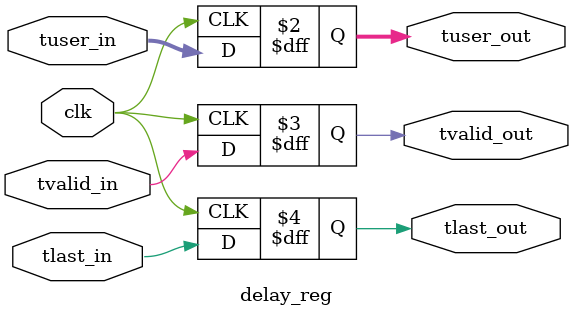
<source format=v>
`timescale 1ns / 1ps


module delay_reg(
    input clk,
    input [7:0] tuser_in,
    output reg [7:0] tuser_out,
    input tvalid_in,
    output reg tvalid_out,
    input tlast_in,
    output reg tlast_out
    );
    
    always @(posedge clk) begin
        tuser_out <= tuser_in;
        tvalid_out <= tvalid_in;
        tlast_out <= tlast_in;
    end
endmodule

</source>
